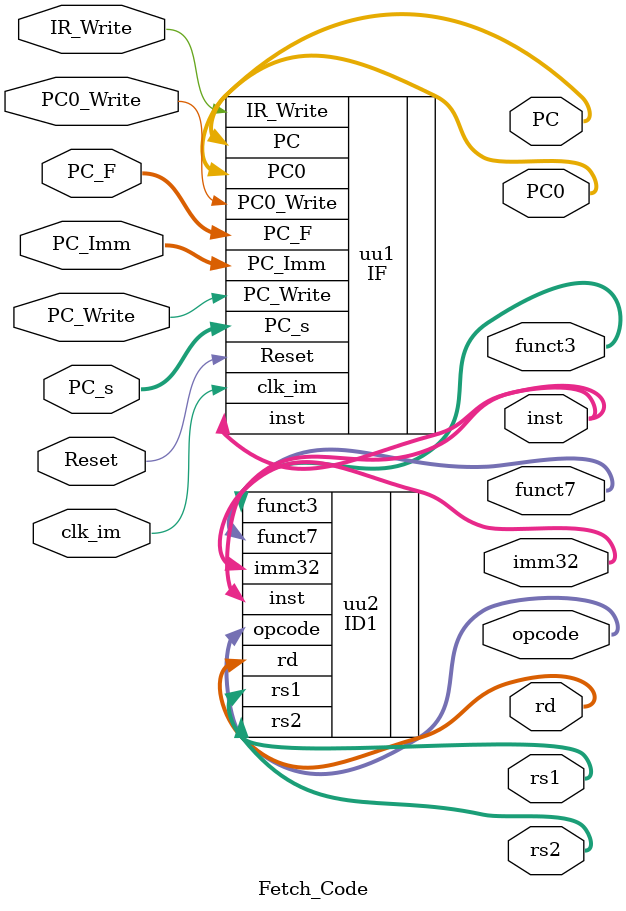
<source format=v>
module Fetch_Code(PC_s,PC0_Write,PC_F,PC_Imm,PC0,IR_Write,PC_Write,Reset,clk_im,rs1,rs2,rd,opcode,funct3,funct7,PC,inst,imm32);
input IR_Write,PC_Write,clk_im,Reset,PC0_Write;
input [1:0] PC_s;
input [31:0] PC_F,PC_Imm;
output [4:0] rs1,rs2,rd;
output [6:0] opcode,funct7;
output [2:0] funct3;
output [31:0] PC,imm32,inst,PC0;
IF uu1(
    .PC_s(PC_s),
    .PC0_Write(PC0_Write),
    .PC_F(PC_F),
    .PC_Imm(PC_Imm),
    .PC0(PC0),
    .Reset(Reset),
    .IR_Write(IR_Write),
    .PC_Write(PC_Write),
    .clk_im(clk_im),
    .PC(PC),
    .inst(inst)
);
ID1 uu2(
    .inst(inst),
    .rs1(rs1),
    .rs2(rs2),
    .rd(rd),
    .opcode(opcode),
    .funct3(funct3),
    .funct7(funct7),
    .imm32(imm32)
);
endmodule

</source>
